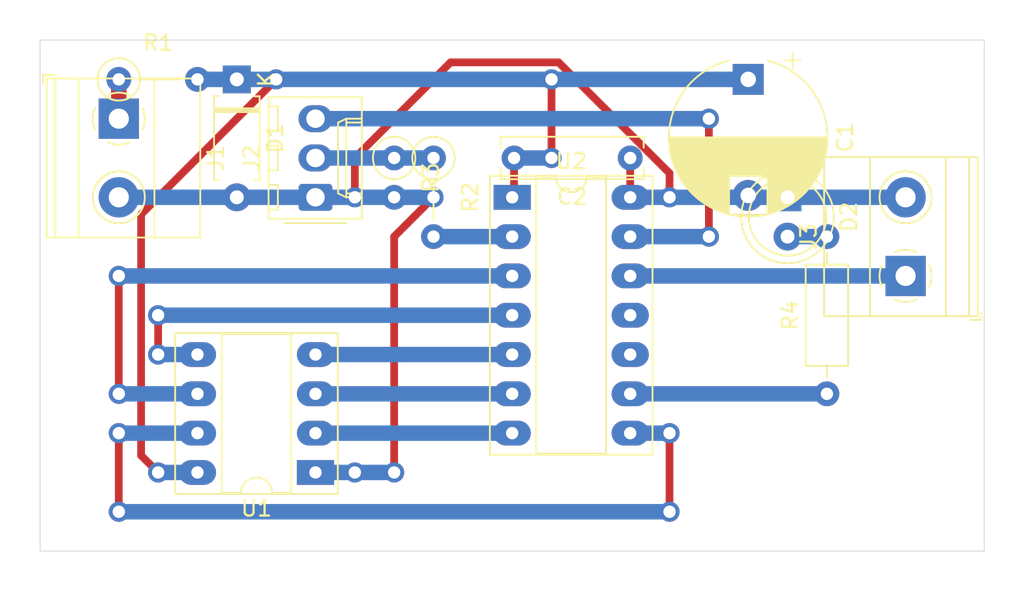
<source format=kicad_pcb>
(kicad_pcb (version 20240108) (generator "pcbnew") (generator_version "8.0")
  (layers (0 "F.Cu" signal) (31 "B.Cu" signal) (34 "B.Paste" user) (35 "F.Paste" user) (36 "B.SilkS" user "B.Silkscreen") (37 "F.SilkS" user "F.Silkscreen") (38 "B.Mask" user) (39 "F.Mask" user) (44 "Edge.Cuts" user))
  (net 0 "")
  (net 1 "Net-(D2-A)")
  (net 2 "GND")
  (net 3 "+3.3V")
  (net 4 "Net-(J1-Pin_1)")
  (net 5 "Net-(J2-Pin_2)")
  (net 6 "Net-(J2-Pin_3)")
  (net 7 "Net-(U1-MOSI)")
  (net 8 "Net-(U1-NSS)")
  (net 9 "Net-(U1-MISO)")
  (net 10 "Net-(U1-RST)")
  (net 11 "Net-(U1-SCK)")
  (net 12 "Net-(U1-DIO0)")
  (net 13 "Net-(J3-Pin_1)")
  (net 14 "Net-(U2-B.4)")
  (net 17 "Net-(U2-C.5{slash}RX)")
  (footprint "LED_THT:LED_D5.0mm" (layer "F.Cu") (at 208.28 60.96 -90)
    (property "Reference" "D2" (at 1.27 -3.96 90) (layer "F.SilkS"))
    (property "Value" "LED")
    (fp_line (start -1.29 -1.545) (end -1.29 1.545) (stroke (width 0.12)) (layer "F.SilkS"))
    (fp_arc (start 4.26 -0.000462) (mid 2.072002 2.880433) (end -1.29 1.54483) (stroke (width 0.12)) (layer "F.SilkS"))
    (fp_arc (start -1.29 -1.54483) (mid 2.072002 -2.880433) (end 4.26 0.000462) (stroke (width 0.12)) (layer "F.SilkS"))
    (fp_circle (center 1.27 0) (end 3.77 0) (stroke (width 0.12)) (fill none) (layer "F.SilkS"))
    (pad "1" thru_hole rect (at 0 0 270) (size 1.8 1.8) (drill 0.9) (layers "*.Cu" "*.Mask") (net 2 "GND"))
    (pad "2" thru_hole circle (at 2.54 0 270) (size 1.8 1.8) (drill 0.9) (layers "*.Cu" "*.Mask") (net 1 "Net-(D2-A)"))
  )
  (footprint "Resistor_THT:R_Axial_DIN0207_L6.3mm_D2.5mm_P2.54mm_Vertical" (layer "F.Cu") (at 182.88 58.42 -90)
    (property "Reference" "R3" (at 1.27 -2.37 90) (layer "F.SilkS"))
    (property "Value" "10k")
    (fp_line (start 1.37 0) (end 1.44 0) (stroke (width 0.12)) (layer "F.SilkS"))
    (fp_circle (center 0 0) (end 1.37 0) (stroke (width 0.12)) (fill none) (layer "F.SilkS"))
    (pad "1" thru_hole circle (at 0 0 270) (size 1.6 1.6) (drill 0.8) (layers "*.Cu" "*.Mask") (net 5 "Net-(J2-Pin_2)"))
    (pad "2" thru_hole oval (at 2.54 0 270) (size 1.6 1.6) (drill 0.8) (layers "*.Cu" "*.Mask") (net 2 "GND"))
  )
  (footprint "TerminalBlock_Phoenix:TerminalBlock_Phoenix_MKDS-1,5-2-5.08_1x02_P5.08mm_Horizontal" (layer "F.Cu") (at 215.9 66.04 90)
    (property "Reference" "J3" (at 2.54 -6.26 90) (layer "F.SilkS"))
    (property "Value" "Sensor")
    (fp_line (start 7.68 -5.261) (end 7.68 4.66) (stroke (width 0.12)) (layer "F.SilkS"))
    (fp_line (start -2.6 -5.261) (end 7.68 -5.261) (stroke (width 0.12)) (layer "F.SilkS"))
    (fp_line (start -2.6 -5.261) (end -2.6 4.66) (stroke (width 0.12)) (layer "F.SilkS"))
    (fp_line (start -2.6 -2.301) (end 7.68 -2.301) (stroke (width 0.12)) (layer "F.SilkS"))
    (fp_line (start 6.15 -1.275) (end 6.115 -1.239) (stroke (width 0.12)) (layer "F.SilkS"))
    (fp_line (start 6.355 -1.069) (end 6.308 -1.023) (stroke (width 0.12)) (layer "F.SilkS"))
    (fp_line (start 3.853 1.023) (end 3.806 1.069) (stroke (width 0.12)) (layer "F.SilkS"))
    (fp_line (start 4.046 1.239) (end 4.011 1.274) (stroke (width 0.12)) (layer "F.SilkS"))
    (fp_line (start -2.6 2.6) (end 7.68 2.6) (stroke (width 0.12)) (layer "F.SilkS"))
    (fp_line (start -2.6 4.1) (end 7.68 4.1) (stroke (width 0.12)) (layer "F.SilkS"))
    (fp_line (start -2.84 4.16) (end -2.84 4.9) (stroke (width 0.12)) (layer "F.SilkS"))
    (fp_line (start -2.6 4.66) (end 7.68 4.66) (stroke (width 0.12)) (layer "F.SilkS"))
    (fp_line (start -2.84 4.9) (end -2.34 4.9) (stroke (width 0.12)) (layer "F.SilkS"))
    (fp_arc (start -0.683042 -1.535427) (mid 0.000524 -1.680501) (end 0.684 -1.535) (stroke (width 0.12)) (layer "F.SilkS"))
    (fp_arc (start 1.535427 -0.683042) (mid 1.680501 0.000524) (end 1.535 0.684) (stroke (width 0.12)) (layer "F.SilkS"))
    (fp_arc (start -1.535427 0.683042) (mid -1.680501 -0.000524) (end -1.535 -0.684) (stroke (width 0.12)) (layer "F.SilkS"))
    (fp_arc (start 0.683318 1.534756) (mid 0.349292 1.643288) (end 0 1.68) (stroke (width 0.12)) (layer "F.SilkS"))
    (fp_arc (start 0.028805 1.680253) (mid -0.335551 1.646659) (end -0.684 1.535) (stroke (width 0.12)) (layer "F.SilkS"))
    (fp_circle (center 5.08 0) (end 6.76 0) (stroke (width 0.12)) (fill none) (layer "F.SilkS"))
    (pad "1" thru_hole rect (at 0 0 90) (size 2.6 2.6) (drill 1.3) (layers "*.Cu" "*.Mask") (net 13 "Net-(J3-Pin_1)"))
    (pad "2" thru_hole circle (at 5.08 0 90) (size 2.6 2.6) (drill 1.3) (layers "*.Cu" "*.Mask") (net 2 "GND"))
  )
  (footprint "TerminalBlock_Phoenix:TerminalBlock_Phoenix_MKDS-1,5-2-5.08_1x02_P5.08mm_Horizontal" (layer "F.Cu") (at 165.1 55.88 -90)
    (property "Reference" "J1" (at 2.54 -6.26 90) (layer "F.SilkS"))
    (property "Value" "Power")
    (fp_line (start -2.84 4.9) (end -2.34 4.9) (stroke (width 0.12)) (layer "F.SilkS"))
    (fp_line (start -2.6 4.66) (end 7.68 4.66) (stroke (width 0.12)) (layer "F.SilkS"))
    (fp_line (start -2.84 4.16) (end -2.84 4.9) (stroke (width 0.12)) (layer "F.SilkS"))
    (fp_line (start -2.6 4.1) (end 7.68 4.1) (stroke (width 0.12)) (layer "F.SilkS"))
    (fp_line (start -2.6 2.6) (end 7.68 2.6) (stroke (width 0.12)) (layer "F.SilkS"))
    (fp_line (start 4.046 1.239) (end 4.011 1.274) (stroke (width 0.12)) (layer "F.SilkS"))
    (fp_line (start 3.853 1.023) (end 3.806 1.069) (stroke (width 0.12)) (layer "F.SilkS"))
    (fp_line (start 6.355 -1.069) (end 6.308 -1.023) (stroke (width 0.12)) (layer "F.SilkS"))
    (fp_line (start 6.15 -1.275) (end 6.115 -1.239) (stroke (width 0.12)) (layer "F.SilkS"))
    (fp_line (start -2.6 -2.301) (end 7.68 -2.301) (stroke (width 0.12)) (layer "F.SilkS"))
    (fp_line (start -2.6 -5.261) (end -2.6 4.66) (stroke (width 0.12)) (layer "F.SilkS"))
    (fp_line (start -2.6 -5.261) (end 7.68 -5.261) (stroke (width 0.12)) (layer "F.SilkS"))
    (fp_line (start 7.68 -5.261) (end 7.68 4.66) (stroke (width 0.12)) (layer "F.SilkS"))
    (fp_arc (start 0.028805 1.680253) (mid -0.335551 1.646659) (end -0.684 1.535) (stroke (width 0.12)) (layer "F.SilkS"))
    (fp_arc (start 0.683318 1.534756) (mid 0.349292 1.643288) (end 0 1.68) (stroke (width 0.12)) (layer "F.SilkS"))
    (fp_arc (start -1.535427 0.683042) (mid -1.680501 -0.000524) (end -1.535 -0.684) (stroke (width 0.12)) (layer "F.SilkS"))
    (fp_arc (start 1.535427 -0.683042) (mid 1.680501 0.000524) (end 1.535 0.684) (stroke (width 0.12)) (layer "F.SilkS"))
    (fp_arc (start -0.683042 -1.535427) (mid 0.000524 -1.680501) (end 0.684 -1.535) (stroke (width 0.12)) (layer "F.SilkS"))
    (fp_circle (center 5.08 0) (end 6.76 0) (stroke (width 0.12)) (fill none) (layer "F.SilkS"))
    (pad "1" thru_hole rect (at 0 0 270) (size 2.6 2.6) (drill 1.3) (layers "*.Cu" "*.Mask") (net 4 "Net-(J1-Pin_1)"))
    (pad "2" thru_hole circle (at 5.08 0 270) (size 2.6 2.6) (drill 1.3) (layers "*.Cu" "*.Mask") (net 2 "GND"))
  )
  (footprint "Package_DIP:DIP-14_W7.62mm_Socket_LongPads" (layer "F.Cu") (at 190.5 60.96)
    (property "Reference" "U2" (at 3.81 -2.33 0) (layer "F.SilkS"))
    (property "Value" "PICAXE-14M2")
    (fp_line (start -1.44 -1.39) (end -1.44 16.63) (stroke (width 0.12)) (layer "F.SilkS"))
    (fp_line (start -1.44 16.63) (end 9.06 16.63) (stroke (width 0.12)) (layer "F.SilkS"))
    (fp_line (start 1.56 -1.33) (end 1.56 16.57) (stroke (width 0.12)) (layer "F.SilkS"))
    (fp_line (start 1.56 16.57) (end 6.06 16.57) (stroke (width 0.12)) (layer "F.SilkS"))
    (fp_line (start 2.81 -1.33) (end 1.56 -1.33) (stroke (width 0.12)) (layer "F.SilkS"))
    (fp_line (start 6.06 -1.33) (end 4.81 -1.33) (stroke (width 0.12)) (layer "F.SilkS"))
    (fp_line (start 6.06 16.57) (end 6.06 -1.33) (stroke (width 0.12)) (layer "F.SilkS"))
    (fp_line (start 9.06 -1.39) (end -1.44 -1.39) (stroke (width 0.12)) (layer "F.SilkS"))
    (fp_line (start 9.06 16.63) (end 9.06 -1.39) (stroke (width 0.12)) (layer "F.SilkS"))
    (fp_arc (start 4.81 -1.33) (mid 3.81 -0.33) (end 2.81 -1.33) (stroke (width 0.12)) (layer "F.SilkS"))
    (pad "1" thru_hole rect (at 0 0) (size 2.4 1.6) (drill 0.8) (layers "*.Cu" "*.Mask") (net 3 "+3.3V"))
    (pad "2" thru_hole oval (at 0 2.54) (size 2.4 1.6) (drill 0.8) (layers "*.Cu" "*.Mask") (net 17 "Net-(U2-C.5{slash}RX)"))
    (pad "3" thru_hole oval (at 0 5.08) (size 2.4 1.6) (drill 0.8) (layers "*.Cu" "*.Mask") (net 7 "Net-(U1-MOSI)"))
    (pad "4" thru_hole oval (at 0 7.62) (size 2.4 1.6) (drill 0.8) (layers "*.Cu" "*.Mask") (net 12 "Net-(U1-DIO0)"))
    (pad "5" thru_hole oval (at 0 10.16) (size 2.4 1.6) (drill 0.8) (layers "*.Cu" "*.Mask") (net 9 "Net-(U1-MISO)"))
    (pad "6" thru_hole oval (at 0 12.7) (size 2.4 1.6) (drill 0.8) (layers "*.Cu" "*.Mask") (net 11 "Net-(U1-SCK)"))
    (pad "7" thru_hole oval (at 0 15.24) (size 2.4 1.6) (drill 0.8) (layers "*.Cu" "*.Mask") (net 10 "Net-(U1-RST)"))
    (pad "8" thru_hole oval (at 7.62 15.24) (size 2.4 1.6) (drill 0.8) (layers "*.Cu" "*.Mask") (net 8 "Net-(U1-NSS)"))
    (pad "9" thru_hole oval (at 7.62 12.7) (size 2.4 1.6) (drill 0.8) (layers "*.Cu" "*.Mask") (net 14 "Net-(U2-B.4)"))
    (pad "10" thru_hole oval (at 7.62 10.16) (size 2.4 1.6) (drill 0.8) (layers "*.Cu" "*.Mask"))
    (pad "11" thru_hole oval (at 7.62 7.62) (size 2.4 1.6) (drill 0.8) (layers "*.Cu" "*.Mask"))
    (pad "12" thru_hole oval (at 7.62 5.08) (size 2.4 1.6) (drill 0.8) (layers "*.Cu" "*.Mask") (net 13 "Net-(J3-Pin_1)"))
    (pad "13" thru_hole oval (at 7.62 2.54) (size 2.4 1.6) (drill 0.8) (layers "*.Cu" "*.Mask") (net 6 "Net-(J2-Pin_3)"))
    (pad "14" thru_hole oval (at 7.62 0) (size 2.4 1.6) (drill 0.8) (layers "*.Cu" "*.Mask") (net 2 "GND"))
  )
  (footprint "Diode_THT:D_A-405_P7.62mm_Horizontal" (layer "F.Cu") (at 172.72 53.34 -90)
    (property "Reference" "D1" (at 3.81 -2.47 -90) (layer "F.SilkS"))
    (property "Value" "1N4004")
    (fp_line (start 1.09 1.47) (end 6.53 1.47) (stroke (width 0.12)) (layer "F.SilkS"))
    (fp_line (start 6.53 1.47) (end 6.53 1.14) (stroke (width 0.12)) (layer "F.SilkS"))
    (fp_line (start 1.09 1.14) (end 1.09 1.47) (stroke (width 0.12)) (layer "F.SilkS"))
    (fp_line (start 1.09 -1.14) (end 1.09 -1.47) (stroke (width 0.12)) (layer "F.SilkS"))
    (fp_line (start 1.09 -1.47) (end 6.53 -1.47) (stroke (width 0.12)) (layer "F.SilkS"))
    (fp_line (start 1.87 -1.47) (end 1.87 1.47) (stroke (width 0.12)) (layer "F.SilkS"))
    (fp_line (start 1.99 -1.47) (end 1.99 1.47) (stroke (width 0.12)) (layer "F.SilkS"))
    (fp_line (start 2.11 -1.47) (end 2.11 1.47) (stroke (width 0.12)) (layer "F.SilkS"))
    (fp_line (start 6.53 -1.47) (end 6.53 -1.14) (stroke (width 0.12)) (layer "F.SilkS"))
    (fp_text user "K" (at 0 -1.9 -90) (layer "F.SilkS"))
    (pad "1" thru_hole rect (at 0 0 270) (size 1.8 1.8) (drill 0.9) (layers "*.Cu" "*.Mask") (net 3 "+3.3V"))
    (pad "2" thru_hole oval (at 7.62 0 270) (size 1.8 1.8) (drill 0.9) (layers "*.Cu" "*.Mask") (net 2 "GND"))
  )
  (footprint "Connector_Molex:Molex_KK-254_AE-6410-03A_1x03_P2.54mm_Vertical" (layer "F.Cu") (at 177.8 60.96 90)
    (property "Reference" "J2" (at 2.54 -4.12 90) (layer "F.SilkS"))
    (property "Value" "Programming")
    (fp_line (start 6.46 -3.03) (end -1.38 -3.03) (stroke (width 0.12)) (layer "F.SilkS"))
    (fp_line (start 4.28 -3.03) (end 4.28 -2.43) (stroke (width 0.12)) (layer "F.SilkS"))
    (fp_line (start 1.74 -3.03) (end 1.74 -2.43) (stroke (width 0.12)) (layer "F.SilkS"))
    (fp_line (start -0.8 -3.03) (end -0.8 -2.43) (stroke (width 0.12)) (layer "F.SilkS"))
    (fp_line (start -1.38 -3.03) (end -1.38 2.99) (stroke (width 0.12)) (layer "F.SilkS"))
    (fp_line (start 5.88 -2.43) (end 5.88 -3.03) (stroke (width 0.12)) (layer "F.SilkS"))
    (fp_line (start 4.28 -2.43) (end 5.88 -2.43) (stroke (width 0.12)) (layer "F.SilkS"))
    (fp_line (start 3.34 -2.43) (end 3.34 -3.03) (stroke (width 0.12)) (layer "F.SilkS"))
    (fp_line (start 1.74 -2.43) (end 3.34 -2.43) (stroke (width 0.12)) (layer "F.SilkS"))
    (fp_line (start 0.8 -2.43) (end 0.8 -3.03) (stroke (width 0.12)) (layer "F.SilkS"))
    (fp_line (start -0.8 -2.43) (end 0.8 -2.43) (stroke (width 0.12)) (layer "F.SilkS"))
    (fp_line (start -1.67 -2) (end -1.67 2) (stroke (width 0.12)) (layer "F.SilkS"))
    (fp_line (start 4.83 1.46) (end 5.08 1.99) (stroke (width 0.12)) (layer "F.SilkS"))
    (fp_line (start 0.25 1.46) (end 4.83 1.46) (stroke (width 0.12)) (layer "F.SilkS"))
    (fp_line (start 5.08 1.99) (end 5.08 2.99) (stroke (width 0.12)) (layer "F.SilkS"))
    (fp_line (start 0 1.99) (end 0.25 1.46) (stroke (width 0.12)) (layer "F.SilkS"))
    (fp_line (start 0 1.99) (end 5.08 1.99) (stroke (width 0.12)) (layer "F.SilkS"))
    (fp_line (start 6.46 2.99) (end 6.46 -3.03) (stroke (width 0.12)) (layer "F.SilkS"))
    (fp_line (start 4.83 2.99) (end 4.83 1.99) (stroke (width 0.12)) (layer "F.SilkS"))
    (fp_line (start 0.25 2.99) (end 0.25 1.99) (stroke (width 0.12)) (layer "F.SilkS"))
    (fp_line (start 0 2.99) (end 0 1.99) (stroke (width 0.12)) (layer "F.SilkS"))
    (fp_line (start -1.38 2.99) (end 6.46 2.99) (stroke (width 0.12)) (layer "F.SilkS"))
    (pad "1" thru_hole roundrect (at 0 0 90) (size 1.74 2.19) (drill 1.19) (layers "*.Cu" "*.Mask") (roundrect_rratio 0.143678) (net 2 "GND"))
    (pad "2" thru_hole oval (at 2.54 0 90) (size 1.74 2.19) (drill 1.19) (layers "*.Cu" "*.Mask") (net 5 "Net-(J2-Pin_2)"))
    (pad "3" thru_hole oval (at 5.08 0 90) (size 1.74 2.19) (drill 1.19) (layers "*.Cu" "*.Mask") (net 6 "Net-(J2-Pin_3)"))
  )
  (footprint "Resistor_THT:R_Axial_DIN0207_L6.3mm_D2.5mm_P10.16mm_Horizontal" (layer "F.Cu") (at 210.82 73.66 90)
    (property "Reference" "R4" (at 5.08 -2.37 90) (layer "F.SilkS"))
    (property "Value" "470")
    (fp_line (start 8.35 -1.37) (end 1.81 -1.37) (stroke (width 0.12)) (layer "F.SilkS"))
    (fp_line (start 1.81 -1.37) (end 1.81 1.37) (stroke (width 0.12)) (layer "F.SilkS"))
    (fp_line (start 9.12 0) (end 8.35 0) (stroke (width 0.12)) (layer "F.SilkS"))
    (fp_line (start 1.04 0) (end 1.81 0) (stroke (width 0.12)) (layer "F.SilkS"))
    (fp_line (start 8.35 1.37) (end 8.35 -1.37) (stroke (width 0.12)) (layer "F.SilkS"))
    (fp_line (start 1.81 1.37) (end 8.35 1.37) (stroke (width 0.12)) (layer "F.SilkS"))
    (pad "1" thru_hole circle (at 0 0 90) (size 1.6 1.6) (drill 0.8) (layers "*.Cu" "*.Mask") (net 14 "Net-(U2-B.4)"))
    (pad "2" thru_hole oval (at 10.16 0 90) (size 1.6 1.6) (drill 0.8) (layers "*.Cu" "*.Mask") (net 1 "Net-(D2-A)"))
  )
  (footprint "Resistor_THT:R_Axial_DIN0207_L6.3mm_D2.5mm_P5.08mm_Vertical" (layer "F.Cu") (at 185.42 58.42 -90)
    (property "Reference" "R2" (at 2.54 -2.37 90) (layer "F.SilkS"))
    (property "Value" "22k")
    (fp_line (start 1.37 0) (end 3.98 0) (stroke (width 0.12)) (layer "F.SilkS"))
    (fp_circle (center 0 0) (end 1.37 0) (stroke (width 0.12)) (fill none) (layer "F.SilkS"))
    (pad "1" thru_hole circle (at 0 0 270) (size 1.6 1.6) (drill 0.8) (layers "*.Cu" "*.Mask") (net 5 "Net-(J2-Pin_2)"))
    (pad "2" thru_hole oval (at 5.08 0 270) (size 1.6 1.6) (drill 0.8) (layers "*.Cu" "*.Mask") (net 17 "Net-(U2-C.5{slash}RX)"))
  )
  (footprint "Capacitor_THT:CP_Radial_D10.0mm_P7.50mm" (layer "F.Cu") (at 205.74 53.34 -90)
    (property "Reference" "C1" (at 3.75 -6.25 -90) (layer "F.SilkS"))
    (property "Value" "100u")
    (fp_line (start 6.271 1.241) (end 6.271 4.417) (stroke (width 0.12)) (layer "F.SilkS"))
    (fp_line (start 6.311 1.241) (end 6.311 4.395) (stroke (width 0.12)) (layer "F.SilkS"))
    (fp_line (start 6.351 1.241) (end 6.351 4.371) (stroke (width 0.12)) (layer "F.SilkS"))
    (fp_line (start 6.391 1.241) (end 6.391 4.347) (stroke (width 0.12)) (layer "F.SilkS"))
    (fp_line (start 6.431 1.241) (end 6.431 4.323) (stroke (width 0.12)) (layer "F.SilkS"))
    (fp_line (start 6.471 1.241) (end 6.471 4.298) (stroke (width 0.12)) (layer "F.SilkS"))
    (fp_line (start 6.511 1.241) (end 6.511 4.273) (stroke (width 0.12)) (layer "F.SilkS"))
    (fp_line (start 6.551 1.241) (end 6.551 4.247) (stroke (width 0.12)) (layer "F.SilkS"))
    (fp_line (start 6.591 1.241) (end 6.591 4.221) (stroke (width 0.12)) (layer "F.SilkS"))
    (fp_line (start 6.631 1.241) (end 6.631 4.194) (stroke (width 0.12)) (layer "F.SilkS"))
    (fp_line (start 6.671 1.241) (end 6.671 4.166) (stroke (width 0.12)) (layer "F.SilkS"))
    (fp_line (start 6.711 1.241) (end 6.711 4.138) (stroke (width 0.12)) (layer "F.SilkS"))
    (fp_line (start 6.751 1.241) (end 6.751 4.11) (stroke (width 0.12)) (layer "F.SilkS"))
    (fp_line (start 6.791 1.241) (end 6.791 4.08) (stroke (width 0.12)) (layer "F.SilkS"))
    (fp_line (start 6.831 1.241) (end 6.831 4.05) (stroke (width 0.12)) (layer "F.SilkS"))
    (fp_line (start 6.871 1.241) (end 6.871 4.02) (stroke (width 0.12)) (layer "F.SilkS"))
    (fp_line (start 6.911 1.241) (end 6.911 3.989) (stroke (width 0.12)) (layer "F.SilkS"))
    (fp_line (start 6.951 1.241) (end 6.951 3.957) (stroke (width 0.12)) (layer "F.SilkS"))
    (fp_line (start 6.991 1.241) (end 6.991 3.925) (stroke (width 0.12)) (layer "F.SilkS"))
    (fp_line (start 7.031 1.241) (end 7.031 3.892) (stroke (width 0.12)) (layer "F.SilkS"))
    (fp_line (start 7.071 1.241) (end 7.071 3.858) (stroke (width 0.12)) (layer "F.SilkS"))
    (fp_line (start 7.111 1.241) (end 7.111 3.824) (stroke (width 0.12)) (layer "F.SilkS"))
    (fp_line (start 7.151 1.241) (end 7.151 3.789) (stroke (width 0.12)) (layer "F.SilkS"))
    (fp_line (start 7.191 1.241) (end 7.191 3.753) (stroke (width 0.12)) (layer "F.SilkS"))
    (fp_line (start 7.231 1.241) (end 7.231 3.716) (stroke (width 0.12)) (layer "F.SilkS"))
    (fp_line (start 7.271 1.241) (end 7.271 3.679) (stroke (width 0.12)) (layer "F.SilkS"))
    (fp_line (start 7.311 1.241) (end 7.311 3.64) (stroke (width 0.12)) (layer "F.SilkS"))
    (fp_line (start 7.351 1.241) (end 7.351 3.601) (stroke (width 0.12)) (layer "F.SilkS"))
    (fp_line (start 7.391 1.241) (end 7.391 3.561) (stroke (width 0.12)) (layer "F.SilkS"))
    (fp_line (start 7.431 1.241) (end 7.431 3.52) (stroke (width 0.12)) (layer "F.SilkS"))
    (fp_line (start 7.471 1.241) (end 7.471 3.478) (stroke (width 0.12)) (layer "F.SilkS"))
    (fp_line (start 7.511 1.241) (end 7.511 3.436) (stroke (width 0.12)) (layer "F.SilkS"))
    (fp_line (start 7.551 1.241) (end 7.551 3.392) (stroke (width 0.12)) (layer "F.SilkS"))
    (fp_line (start 7.591 1.241) (end 7.591 3.347) (stroke (width 0.12)) (layer "F.SilkS"))
    (fp_line (start 7.631 1.241) (end 7.631 3.301) (stroke (width 0.12)) (layer "F.SilkS"))
    (fp_line (start 7.671 1.241) (end 7.671 3.254) (stroke (width 0.12)) (layer "F.SilkS"))
    (fp_line (start 7.711 1.241) (end 7.711 3.206) (stroke (width 0.12)) (layer "F.SilkS"))
    (fp_line (start 7.751 1.241) (end 7.751 3.156) (stroke (width 0.12)) (layer "F.SilkS"))
    (fp_line (start 7.791 1.241) (end 7.791 3.106) (stroke (width 0.12)) (layer "F.SilkS"))
    (fp_line (start 7.831 1.241) (end 7.831 3.054) (stroke (width 0.12)) (layer "F.SilkS"))
    (fp_line (start 7.871 1.241) (end 7.871 3) (stroke (width 0.12)) (layer "F.SilkS"))
    (fp_line (start 7.911 1.241) (end 7.911 2.945) (stroke (width 0.12)) (layer "F.SilkS"))
    (fp_line (start 7.951 1.241) (end 7.951 2.889) (stroke (width 0.12)) (layer "F.SilkS"))
    (fp_line (start 7.991 1.241) (end 7.991 2.83) (stroke (width 0.12)) (layer "F.SilkS"))
    (fp_line (start 8.031 1.241) (end 8.031 2.77) (stroke (width 0.12)) (layer "F.SilkS"))
    (fp_line (start 8.071 1.241) (end 8.071 2.709) (stroke (width 0.12)) (layer "F.SilkS"))
    (fp_line (start 8.111 1.241) (end 8.111 2.645) (stroke (width 0.12)) (layer "F.SilkS"))
    (fp_line (start 8.151 1.241) (end 8.151 2.579) (stroke (width 0.12)) (layer "F.SilkS"))
    (fp_line (start 8.191 1.241) (end 8.191 2.51) (stroke (width 0.12)) (layer "F.SilkS"))
    (fp_line (start 8.231 1.241) (end 8.231 2.439) (stroke (width 0.12)) (layer "F.SilkS"))
    (fp_line (start 8.271 1.241) (end 8.271 2.365) (stroke (width 0.12)) (layer "F.SilkS"))
    (fp_line (start 8.311 1.241) (end 8.311 2.289) (stroke (width 0.12)) (layer "F.SilkS"))
    (fp_line (start 8.351 1.241) (end 8.351 2.209) (stroke (width 0.12)) (layer "F.SilkS"))
    (fp_line (start 8.391 1.241) (end 8.391 2.125) (stroke (width 0.12)) (layer "F.SilkS"))
    (fp_line (start 8.431 1.241) (end 8.431 2.037) (stroke (width 0.12)) (layer "F.SilkS"))
    (fp_line (start 8.471 1.241) (end 8.471 1.944) (stroke (width 0.12)) (layer "F.SilkS"))
    (fp_line (start 8.511 1.241) (end 8.511 1.846) (stroke (width 0.12)) (layer "F.SilkS"))
    (fp_line (start 8.551 1.241) (end 8.551 1.742) (stroke (width 0.12)) (layer "F.SilkS"))
    (fp_line (start 8.591 1.241) (end 8.591 1.63) (stroke (width 0.12)) (layer "F.SilkS"))
    (fp_line (start 8.631 1.241) (end 8.631 1.51) (stroke (width 0.12)) (layer "F.SilkS"))
    (fp_line (start 8.671 1.241) (end 8.671 1.378) (stroke (width 0.12)) (layer "F.SilkS"))
    (fp_line (start 8.831 -0.599) (end 8.831 0.599) (stroke (width 0.12)) (layer "F.SilkS"))
    (fp_line (start 8.791 -0.862) (end 8.791 0.862) (stroke (width 0.12)) (layer "F.SilkS"))
    (fp_line (start 8.751 -1.062) (end 8.751 1.062) (stroke (width 0.12)) (layer "F.SilkS"))
    (fp_line (start 8.671 -1.378) (end 8.671 -1.241) (stroke (width 0.12)) (layer "F.SilkS"))
    (fp_line (start 8.631 -1.51) (end 8.631 -1.241) (stroke (width 0.12)) (layer "F.SilkS"))
    (fp_line (start 8.591 -1.63) (end 8.591 -1.241) (stroke (width 0.12)) (layer "F.SilkS"))
    (fp_line (start 8.551 -1.742) (end 8.551 -1.241) (stroke (width 0.12)) (layer "F.SilkS"))
    (fp_line (start 8.511 -1.846) (end 8.511 -1.241) (stroke (width 0.12)) (layer "F.SilkS"))
    (fp_line (start 8.471 -1.944) (end 8.471 -1.241) (stroke (width 0.12)) (layer "F.SilkS"))
    (fp_line (start 8.431 -2.037) (end 8.431 -1.241) (stroke (width 0.12)) (layer "F.SilkS"))
    (fp_line (start 8.391 -2.125) (end 8.391 -1.241) (stroke (width 0.12)) (layer "F.SilkS"))
    (fp_line (start 8.351 -2.209) (end 8.351 -1.241) (stroke (width 0.12)) (layer "F.SilkS"))
    (fp_line (start 8.311 -2.289) (end 8.311 -1.241) (stroke (width 0.12)) (layer "F.SilkS"))
    (fp_line (start 8.271 -2.365) (end 8.271 -1.241) (stroke (width 0.12)) (layer "F.SilkS"))
    (fp_line (start 8.231 -2.439) (end 8.231 -1.241) (stroke (width 0.12)) (layer "F.SilkS"))
    (fp_line (start 8.191 -2.51) (end 8.191 -1.241) (stroke (width 0.12)) (layer "F.SilkS"))
    (fp_line (start 8.151 -2.579) (end 8.151 -1.241) (stroke (width 0.12)) (layer "F.SilkS"))
    (fp_line (start 8.111 -2.645) (end 8.111 -1.241) (stroke (width 0.12)) (layer "F.SilkS"))
    (fp_line (start 8.071 -2.709) (end 8.071 -1.241) (stroke (width 0.12)) (layer "F.SilkS"))
    (fp_line (start 8.031 -2.77) (end 8.031 -1.241) (stroke (width 0.12)) (layer "F.SilkS"))
    (fp_line (start 7.991 -2.83) (end 7.991 -1.241) (stroke (width 0.12)) (layer "F.SilkS"))
    (fp_line (start -1.729646 -2.875) (end -0.729646 -2.875) (stroke (width 0.12)) (layer "F.SilkS"))
    (fp_line (start 7.951 -2.889) (end 7.951 -1.241) (stroke (width 0.12)) (layer "F.SilkS"))
    (fp_line (start 7.911 -2.945) (end 7.911 -1.241) (stroke (width 0.12)) (layer "F.SilkS"))
    (fp_line (start 7.871 -3) (end 7.871 -1.241) (stroke (width 0.12)) (layer "F.SilkS"))
    (fp_line (start 7.831 -3.054) (end 7.831 -1.241) (stroke (width 0.12)) (layer "F.SilkS"))
    (fp_line (start 7.791 -3.106) (end 7.791 -1.241) (stroke (width 0.12)) (layer "F.SilkS"))
    (fp_line (start 7.751 -3.156) (end 7.751 -1.241) (stroke (width 0.12)) (layer "F.SilkS"))
    (fp_line (start 7.711 -3.206) (end 7.711 -1.241) (stroke (width 0.12)) (layer "F.SilkS"))
    (fp_line (start 7.671 -3.254) (end 7.671 -1.241) (stroke (width 0.12)) (layer "F.SilkS"))
    (fp_line (start 7.631 -3.301) (end 7.631 -1.241) (stroke (width 0.12)) (layer "F.SilkS"))
    (fp_line (start 7.591 -3.347) (end 7.591 -1.241) (stroke (width 0.12)) (layer "F.SilkS"))
    (fp_line (start -1.229646 -3.375) (end -1.229646 -2.375) (stroke (width 0.12)) (layer "F.SilkS"))
    (fp_line (start 7.551 -3.392) (end 7.551 -1.241) (stroke (width 0.12)) (layer "F.SilkS"))
    (fp_line (start 7.511 -3.436) (end 7.511 -1.241) (stroke (width 0.12)) (layer "F.SilkS"))
    (fp_line (start 7.471 -3.478) (end 7.471 -1.241) (stroke (width 0.12)) (layer "F.SilkS"))
    (fp_line (start 7.431 -3.52) (end 7.431 -1.241) (stroke (width 0.12)) (layer "F.SilkS"))
    (fp_line (start 7.391 -3.561) (end 7.391 -1.241) (stroke (width 0.12)) (layer "F.SilkS"))
    (fp_line (start 7.351 -3.601) (end 7.351 -1.241) (stroke (width 0.12)) (layer "F.SilkS"))
    (fp_line (start 7.311 -3.64) (end 7.311 -1.241) (stroke (width 0.12)) (layer "F.SilkS"))
    (fp_line (start 7.271 -3.679) (end 7.271 -1.241) (stroke (width 0.12)) (layer "F.SilkS"))
    (fp_line (start 7.231 -3.716) (end 7.231 -1.241) (stroke (width 0.12)) (layer "F.SilkS"))
    (fp_line (start 7.191 -3.753) (end 7.191 -1.241) (stroke (width 0.12)) (layer "F.SilkS"))
    (fp_line (start 7.151 -3.789) (end 7.151 -1.241) (stroke (width 0.12)) (layer "F.SilkS"))
    (fp_line (start 7.111 -3.824) (end 7.111 -1.241) (stroke (width 0.12)) (layer "F.SilkS"))
    (fp_line (start 7.071 -3.858) (end 7.071 -1.241) (stroke (width 0.12)) (layer "F.SilkS"))
    (fp_line (start 7.031 -3.892) (end 7.031 -1.241) (stroke (width 0.12)) (layer "F.SilkS"))
    (fp_line (start 6.991 -3.925) (end 6.991 -1.241) (stroke (width 0.12)) (layer "F.SilkS"))
    (fp_line (start 6.951 -3.957) (end 6.951 -1.241) (stroke (width 0.12)) (layer "F.SilkS"))
    (fp_line (start 6.911 -3.989) (end 6.911 -1.241) (stroke (width 0.12)) (layer "F.SilkS"))
    (fp_line (start 6.871 -4.02) (end 6.871 -1.241) (stroke (width 0.12)) (layer "F.SilkS"))
    (fp_line (start 6.831 -4.05) (end 6.831 -1.241) (stroke (width 0.12)) (layer "F.SilkS"))
    (fp_line (start 6.791 -4.08) (end 6.791 -1.241) (stroke (width 0.12)) (layer "F.SilkS"))
    (fp_line (start 6.751 -4.11) (end 6.751 -1.241) (stroke (width 0.12)) (layer "F.SilkS"))
    (fp_line (start 6.711 -4.138) (end 6.711 -1.241) (stroke (width 0.12)) (layer "F.SilkS"))
    (fp_line (start 6.671 -4.166) (end 6.671 -1.241) (stroke (width 0.12)) (layer "F.SilkS"))
    (fp_line (start 6.631 -4.194) (end 6.631 -1.241) (stroke (width 0.12)) (layer "F.SilkS"))
    (fp_line (start 6.591 -4.221) (end 6.591 -1.241) (stroke (width 0.12)) (layer "F.SilkS"))
    (fp_line (start 6.551 -4.247) (end 6.551 -1.241) (stroke (width 0.12)) (layer "F.SilkS"))
    (fp_line (start 6.511 -4.273) (end 6.511 -1.241) (stroke (width 0.12)) (layer "F.SilkS"))
    (fp_line (start 6.471 -4.298) (end 6.471 -1.241) (stroke (width 0.12)) (layer "F.SilkS"))
    (fp_line (start 6.431 -4.323) (end 6.431 -1.241) (stroke (width 0.12)) (layer "F.SilkS"))
    (fp_line (start 6.391 -4.347) (end 6.391 -1.241) (stroke (width 0.12)) (layer "F.SilkS"))
    (fp_line (start 6.351 -4.371) (end 6.351 -1.241) (stroke (width 0.12)) (layer "F.SilkS"))
    (fp_line (start 6.311 -4.395) (end 6.311 -1.241) (stroke (width 0.12)) (layer "F.SilkS"))
    (fp_line (start 6.271 -4.417) (end 6.271 -1.241) (stroke (width 0.12)) (layer "F.SilkS"))
    (fp_line (start 6.231 -4.44) (end 6.231 4.44) (stroke (width 0.12)) (layer "F.SilkS"))
    (fp_line (start 6.191 -4.462) (end 6.191 4.462) (stroke (width 0.12)) (layer "F.SilkS"))
    (fp_line (start 6.151 -4.483) (end 6.151 4.483) (stroke (width 0.12)) (layer "F.SilkS"))
    (fp_line (start 6.111 -4.504) (end 6.111 4.504) (stroke (width 0.12)) (layer "F.SilkS"))
    (fp_line (start 6.071 -4.525) (end 6.071 4.525) (stroke (width 0.12)) (layer "F.SilkS"))
    (fp_line (start 6.031 -4.545) (end 6.031 4.545) (stroke (width 0.12)) (layer "F.SilkS"))
    (fp_line (start 5.991 -4.564) (end 5.991 4.564) (stroke (width 0.12)) (layer "F.SilkS"))
    (fp_line (start 5.951 -4.584) (end 5.951 4.584) (stroke (width 0.12)) (layer "F.SilkS"))
    (fp_line (start 5.911 -4.603) (end 5.911 4.603) (stroke (width 0.12)) (layer "F.SilkS"))
    (fp_line (start 5.871 -4.621) (end 5.871 4.621) (stroke (width 0.12)) (layer "F.SilkS"))
    (fp_line (start 5.831 -4.639) (end 5.831 4.639) (stroke (width 0.12)) (layer "F.SilkS"))
    (fp_line (start 5.791 -4.657) (end 5.791 4.657) (stroke (width 0.12)) (layer "F.SilkS"))
    (fp_line (start 5.751 -4.674) (end 5.751 4.674) (stroke (width 0.12)) (layer "F.SilkS"))
    (fp_line (start 5.711 -4.69) (end 5.711 4.69) (stroke (width 0.12)) (layer "F.SilkS"))
    (fp_line (start 5.671 -4.707) (end 5.671 4.707) (stroke (width 0.12)) (layer "F.SilkS"))
    (fp_line (start 5.631 -4.723) (end 5.631 4.723) (stroke (width 0.12)) (layer "F.SilkS"))
    (fp_line (start 5.591 -4.738) (end 5.591 4.738) (stroke (width 0.12)) (layer "F.SilkS"))
    (fp_line (start 5.551 -4.754) (end 5.551 4.754) (stroke (width 0.12)) (layer "F.SilkS"))
    (fp_line (start 5.511 -4.768) (end 5.511 4.768) (stroke (width 0.12)) (layer "F.SilkS"))
    (fp_line (start 5.471 -4.783) (end 5.471 4.783) (stroke (width 0.12)) (layer "F.SilkS"))
    (fp_line (start 5.431 -4.797) (end 5.431 4.797) (stroke (width 0.12)) (layer "F.SilkS"))
    (fp_line (start 5.391 -4.811) (end 5.391 4.811) (stroke (width 0.12)) (layer "F.SilkS"))
    (fp_line (start 5.351 -4.824) (end 5.351 4.824) (stroke (width 0.12)) (layer "F.SilkS"))
    (fp_line (start 5.311 -4.837) (end 5.311 4.837) (stroke (width 0.12)) (layer "F.SilkS"))
    (fp_line (start 5.271 -4.85) (end 5.271 4.85) (stroke (width 0.12)) (layer "F.SilkS"))
    (fp_line (start 5.231 -4.862) (end 5.231 4.862) (stroke (width 0.12)) (layer "F.SilkS"))
    (fp_line (start 5.191 -4.874) (end 5.191 4.874) (stroke (width 0.12)) (layer "F.SilkS"))
    (fp_line (start 5.151 -4.885) (end 5.151 4.885) (stroke (width 0.12)) (layer "F.SilkS"))
    (fp_line (start 5.111 -4.897) (end 5.111 4.897) (stroke (width 0.12)) (layer "F.SilkS"))
    (fp_line (start 5.071 -4.907) (end 5.071 4.907) (stroke (width 0.12)) (layer "F.SilkS"))
    (fp_line (start 5.031 -4.918) (end 5.031 4.918) (stroke (width 0.12)) (layer "F.SilkS"))
    (fp_line (start 4.991 -4.928) (end 4.991 4.928) (stroke (width 0.12)) (layer "F.SilkS"))
    (fp_line (start 4.951 -4.938) (end 4.951 4.938) (stroke (width 0.12)) (layer "F.SilkS"))
    (fp_line (start 4.911 -4.947) (end 4.911 4.947) (stroke (width 0.12)) (layer "F.SilkS"))
    (fp_line (start 4.871 -4.956) (end 4.871 4.956) (stroke (width 0.12)) (layer "F.SilkS"))
    (fp_line (start 4.831 -4.965) (end 4.831 4.965) (stroke (width 0.12)) (layer "F.SilkS"))
    (fp_line (start 4.791 -4.974) (end 4.791 4.974) (stroke (width 0.12)) (layer "F.SilkS"))
    (fp_line (start 4.751 -4.982) (end 4.751 4.982) (stroke (width 0.12)) (layer "F.SilkS"))
    (fp_line (start 4.711 -4.99) (end 4.711 4.99) (stroke (width 0.12)) (layer "F.SilkS"))
    (fp_line (start 4.671 -4.997) (end 4.671 4.997) (stroke (width 0.12)) (layer "F.SilkS"))
    (fp_line (start 4.631 -5.004) (end 4.631 5.004) (stroke (width 0.12)) (layer "F.SilkS"))
    (fp_line (start 4.591 -5.011) (end 4.591 5.011) (stroke (width 0.12)) (layer "F.SilkS"))
    (fp_line (start 4.551 -5.018) (end 4.551 5.018) (stroke (width 0.12)) (layer "F.SilkS"))
    (fp_line (start 4.511 -5.024) (end 4.511 5.024) (stroke (width 0.12)) (layer "F.SilkS"))
    (fp_line (start 4.471 -5.03) (end 4.471 5.03) (stroke (width 0.12)) (layer "F.SilkS"))
    (fp_line (start 4.43 -5.035) (end 4.43 5.035) (stroke (width 0.12)) (layer "F.SilkS"))
    (fp_line (start 4.39 -5.04) (end 4.39 5.04) (stroke (width 0.12)) (layer "F.SilkS"))
    (fp_line (start 4.35 -5.045) (end 4.35 5.045) (stroke (width 0.12)) (layer "F.SilkS"))
    (fp_line (start 4.31 -5.05) (end 4.31 5.05) (stroke (width 0.12)) (layer "F.SilkS"))
    (fp_line (start 4.27 -5.054) (end 4.27 5.054) (stroke (width 0.12)) (layer "F.SilkS"))
    (fp_line (start 4.23 -5.058) (end 4.23 5.058) (stroke (width 0.12)) (layer "F.SilkS"))
    (fp_line (start 4.19 -5.062) (end 4.19 5.062) (stroke (width 0.12)) (layer "F.SilkS"))
    (fp_line (start 4.15 -5.065) (end 4.15 5.065) (stroke (width 0.12)) (layer "F.SilkS"))
    (fp_line (start 4.11 -5.068) (end 4.11 5.068) (stroke (width 0.12)) (layer "F.SilkS"))
    (fp_line (start 4.07 -5.07) (end 4.07 5.07) (stroke (width 0.12)) (layer "F.SilkS"))
    (fp_line (start 4.03 -5.073) (end 4.03 5.073) (stroke (width 0.12)) (layer "F.SilkS"))
    (fp_line (start 3.99 -5.075) (end 3.99 5.075) (stroke (width 0.12)) (layer "F.SilkS"))
    (fp_line (start 3.95 -5.077) (end 3.95 5.077) (stroke (width 0.12)) (layer "F.SilkS"))
    (fp_line (start 3.91 -5.078) (end 3.91 5.078) (stroke (width 0.12)) (layer "F.SilkS"))
    (fp_line (start 3.87 -5.079) (end 3.87 5.079) (stroke (width 0.12)) (layer "F.SilkS"))
    (fp_line (start 3.75 -5.08) (end 3.75 5.08) (stroke (width 0.12)) (layer "F.SilkS"))
    (fp_line (start 3.79 -5.08) (end 3.79 5.08) (stroke (width 0.12)) (layer "F.SilkS"))
    (fp_line (start 3.83 -5.08) (end 3.83 5.08) (stroke (width 0.12)) (layer "F.SilkS"))
    (fp_arc (start -1.21254 -1.26) (mid 8.87 0) (end -1.21254 1.26) (stroke (width 0.12)) (layer "F.SilkS"))
    (pad "1" thru_hole rect (at 0 0 270) (size 2 2) (drill 1) (layers "*.Cu" "*.Mask") (net 3 "+3.3V"))
    (pad "2" thru_hole circle (at 7.5 0 270) (size 2 2) (drill 1) (layers "*.Cu" "*.Mask") (net 2 "GND"))
  )
  (footprint "Package_DIP:DIP-8_W7.62mm_Socket_LongPads" (layer "F.Cu") (at 177.8 78.74 180)
    (property "Reference" "U1" (at 3.81 -2.33 0) (layer "F.SilkS"))
    (property "Value" "Ra01_Breakout_Module")
    (fp_line (start 9.06 9.01) (end 9.06 -1.39) (stroke (width 0.12)) (layer "F.SilkS"))
    (fp_line (start 9.06 -1.39) (end -1.44 -1.39) (stroke (width 0.12)) (layer "F.SilkS"))
    (fp_line (start 6.06 8.95) (end 6.06 -1.33) (stroke (width 0.12)) (layer "F.SilkS"))
    (fp_line (start 6.06 -1.33) (end 4.81 -1.33) (stroke (width 0.12)) (layer "F.SilkS"))
    (fp_line (start 2.81 -1.33) (end 1.56 -1.33) (stroke (width 0.12)) (layer "F.SilkS"))
    (fp_line (start 1.56 8.95) (end 6.06 8.95) (stroke (width 0.12)) (layer "F.SilkS"))
    (fp_line (start 1.56 -1.33) (end 1.56 8.95) (stroke (width 0.12)) (layer "F.SilkS"))
    (fp_line (start -1.44 9.01) (end 9.06 9.01) (stroke (width 0.12)) (layer "F.SilkS"))
    (fp_line (start -1.44 -1.39) (end -1.44 9.01) (stroke (width 0.12)) (layer "F.SilkS"))
    (fp_arc (start 4.81 -1.33) (mid 3.81 -0.33) (end 2.81 -1.33) (stroke (width 0.12)) (layer "F.SilkS"))
    (pad "1" thru_hole rect (at 0 0 180) (size 2.4 1.6) (drill 0.8) (layers "*.Cu" "*.Mask") (net 2 "GND"))
    (pad "2" thru_hole oval (at 0 2.54 180) (size 2.4 1.6) (drill 0.8) (layers "*.Cu" "*.Mask") (net 10 "Net-(U1-RST)"))
    (pad "3" thru_hole oval (at 0 5.08 180) (size 2.4 1.6) (drill 0.8) (layers "*.Cu" "*.Mask") (net 11 "Net-(U1-SCK)"))
    (pad "4" thru_hole oval (at 0 7.62 180) (size 2.4 1.6) (drill 0.8) (layers "*.Cu" "*.Mask") (net 9 "Net-(U1-MISO)"))
    (pad "5" thru_hole oval (at 7.62 7.62 180) (size 2.4 1.6) (drill 0.8) (layers "*.Cu" "*.Mask") (net 12 "Net-(U1-DIO0)"))
    (pad "6" thru_hole oval (at 7.62 5.08 180) (size 2.4 1.6) (drill 0.8) (layers "*.Cu" "*.Mask") (net 7 "Net-(U1-MOSI)"))
    (pad "7" thru_hole oval (at 7.62 2.54 180) (size 2.4 1.6) (drill 0.8) (layers "*.Cu" "*.Mask") (net 8 "Net-(U1-NSS)"))
    (pad "8" thru_hole oval (at 7.62 0 180) (size 2.4 1.6) (drill 0.8) (layers "*.Cu" "*.Mask") (net 3 "+3.3V"))
  )
  (footprint "Resistor_THT:R_Axial_DIN0207_L6.3mm_D2.5mm_P5.08mm_Vertical" (layer "F.Cu") (at 165.1 53.34)
    (property "Reference" "R1" (at 2.54 -2.37 360) (layer "F.SilkS"))
    (property "Value" "4.7")
    (fp_line (start 1.37 0) (end 3.98 0) (stroke (width 0.12)) (layer "F.SilkS"))
    (fp_circle (center 0 0) (end 1.37 0) (stroke (width 0.12)) (fill none) (layer "F.SilkS"))
    (pad "1" thru_hole circle (at 0 0) (size 1.6 1.6) (drill 0.8) (layers "*.Cu" "*.Mask") (net 4 "Net-(J1-Pin_1)"))
    (pad "2" thru_hole oval (at 5.08 0) (size 1.6 1.6) (drill 0.8) (layers "*.Cu" "*.Mask") (net 3 "+3.3V"))
  )
  (footprint "Capacitor_THT:C_Rect_L9.0mm_W2.5mm_P7.50mm_MKT" (layer "F.Cu") (at 198.12 58.42 180)
    (property "Reference" "C2" (at 3.75 -2.5 180) (layer "F.SilkS"))
    (property "Value" "0.1u")
    (fp_line (start 8.37 0.665) (end 8.37 1.37) (stroke (width 0.12)) (layer "F.SilkS"))
    (fp_line (start 8.37 -1.37) (end 8.37 -0.665) (stroke (width 0.12)) (layer "F.SilkS"))
    (fp_line (start -0.87 1.37) (end 8.37 1.37) (stroke (width 0.12)) (layer "F.SilkS"))
    (fp_line (start -0.87 0.665) (end -0.87 1.37) (stroke (width 0.12)) (layer "F.SilkS"))
    (fp_line (start -0.87 -1.37) (end 8.37 -1.37) (stroke (width 0.12)) (layer "F.SilkS"))
    (fp_line (start -0.87 -1.37) (end -0.87 -0.665) (stroke (width 0.12)) (layer "F.SilkS"))
    (pad "1" thru_hole circle (at 0 0 180) (size 1.6 1.6) (drill 0.8) (layers "*.Cu" "*.Mask") (net 2 "GND"))
    (pad "2" thru_hole circle (at 7.5 0 180) (size 1.6 1.6) (drill 0.8) (layers "*.Cu" "*.Mask") (net 3 "+3.3V"))
  )
  (gr_rect (start 160.02 50.8) (end 220.98 83.82) (stroke (width 0.05)) (fill none) (layer "Edge.Cuts"))
  (segment (start 210.82 63.5) (end 208.28 63.5) (width 1) (layer "B.Cu") (net 1))
  (segment (start 185.42 60.96) (end 182.88 63.5) (width 0.5) (layer "F.Cu") (net 2))
  (segment (start 198.12 58.42) (end 198.12 60.96) (width 0.5) (layer "F.Cu") (net 2))
  (segment (start 200.66 59.404365) (end 193.495635 52.24) (width 0.5) (layer "F.Cu") (net 2))
  (segment (start 193.495635 52.24) (end 186.52 52.24) (width 0.5) (layer "F.Cu") (net 2))
  (segment (start 182.88 63.5) (end 182.88 78.74) (width 0.5) (layer "F.Cu") (net 2))
  (segment (start 200.66 60.96) (end 200.66 59.404365) (width 0.5) (layer "F.Cu") (net 2))
  (segment (start 186.52 52.24) (end 180.34 58.42) (width 0.5) (layer "F.Cu") (net 2))
  (segment (start 180.34 58.42) (end 180.34 60.96) (width 0.5) (layer "F.Cu") (net 2))
  (via (at 180.34 78.74) (size 1.3) (drill 0.8) (layers "F.Cu" "B.Cu") (net 2))
  (via (at 180.34 60.96) (size 1.3) (drill 0.8) (layers "F.Cu" "B.Cu") (net 2))
  (via (at 182.88 78.74) (size 1.3) (drill 0.8) (layers "F.Cu" "B.Cu") (net 2))
  (via (at 185.42 60.96) (size 1.3) (drill 0.8) (layers "F.Cu" "B.Cu") (net 2))
  (via (at 200.66 60.96) (size 1.3) (drill 0.8) (layers "F.Cu" "B.Cu") (net 2))
  (segment (start 205.74 60.84) (end 205.86 60.96) (width 1) (layer "B.Cu") (net 2))
  (segment (start 205.86 60.96) (end 215.9 60.96) (width 1) (layer "B.Cu") (net 2))
  (segment (start 205.62 60.96) (end 205.74 60.84) (width 1) (layer "B.Cu") (net 2))
  (segment (start 180.34 60.96) (end 177.8 60.96) (width 1) (layer "B.Cu") (net 2))
  (segment (start 182.88 78.74) (end 180.34 78.74) (width 1) (layer "B.Cu") (net 2))
  (segment (start 177.8 78.74) (end 180.34 78.74) (width 1) (layer "B.Cu") (net 2))
  (segment (start 182.88 60.96) (end 180.34 60.96) (width 1) (layer "B.Cu") (net 2))
  (segment (start 172.72 60.96) (end 177.8 60.96) (width 1) (layer "B.Cu") (net 2))
  (segment (start 182.88 60.96) (end 185.42 60.96) (width 1) (layer "B.Cu") (net 2))
  (segment (start 165.1 60.96) (end 172.72 60.96) (width 1) (layer "B.Cu") (net 2))
  (segment (start 200.66 60.96) (end 205.62 60.96) (width 1) (layer "B.Cu") (net 2))
  (segment (start 198.12 60.96) (end 200.66 60.96) (width 1) (layer "B.Cu") (net 2))
  (segment (start 193.04 53.34) (end 193.04 58.42) (width 0.5) (layer "F.Cu") (net 3))
  (segment (start 190.62 60.84) (end 190.5 60.96) (width 0.5) (layer "F.Cu") (net 3))
  (segment (start 175.26 53.34) (end 166.54 62.06) (width 0.5) (layer "F.Cu") (net 3))
  (segment (start 190.62 58.42) (end 190.62 60.84) (width 0.5) (layer "F.Cu") (net 3))
  (segment (start 166.54 62.06) (end 166.54 77.64) (width 0.5) (layer "F.Cu") (net 3))
  (segment (start 166.54 77.64) (end 167.64 78.74) (width 0.5) (layer "F.Cu") (net 3))
  (via (at 193.04 58.42) (size 1.3) (drill 0.8) (layers "F.Cu" "B.Cu") (net 3))
  (via (at 167.64 78.74) (size 1.3) (drill 0.8) (layers "F.Cu" "B.Cu") (net 3))
  (via (at 175.26 53.34) (size 1.3) (drill 0.8) (layers "F.Cu" "B.Cu") (net 3))
  (via (at 193.04 53.34) (size 1.3) (drill 0.8) (layers "F.Cu" "B.Cu") (net 3))
  (segment (start 170.18 78.74) (end 167.64 78.74) (width 1) (layer "B.Cu") (net 3))
  (segment (start 193.04 53.34) (end 205.74 53.34) (width 1) (layer "B.Cu") (net 3))
  (segment (start 170.18 53.34) (end 172.72 53.34) (width 1) (layer "B.Cu") (net 3))
  (segment (start 193.04 58.42) (end 190.62 58.42) (width 1) (layer "B.Cu") (net 3))
  (segment (start 172.72 53.34) (end 193.04 53.34) (width 1) (layer "B.Cu") (net 3))
  (segment (start 165.1 55.88) (end 165.1 53.34) (width 1) (layer "F.Cu") (net 4))
  (segment (start 185.42 58.42) (end 177.8 58.42) (width 1) (layer "B.Cu") (net 5))
  (segment (start 203.2 55.88) (end 203.2 63.5) (width 0.5) (layer "F.Cu") (net 6))
  (via (at 203.2 55.88) (size 1.3) (drill 0.8) (layers "F.Cu" "B.Cu") (net 6))
  (via (at 203.2 63.5) (size 1.3) (drill 0.8) (layers "F.Cu" "B.Cu") (net 6))
  (segment (start 177.8 55.88) (end 203.2 55.88) (width 1) (layer "B.Cu") (net 6))
  (segment (start 203.2 63.5) (end 198.12 63.5) (width 1) (layer "B.Cu") (net 6))
  (segment (start 165.1 66.04) (end 165.1 73.66) (width 0.5) (layer "F.Cu") (net 7))
  (via (at 165.1 66.04) (size 1.3) (drill 0.8) (layers "F.Cu" "B.Cu") (net 7))
  (via (at 165.1 73.66) (size 1.3) (drill 0.8) (layers "F.Cu" "B.Cu") (net 7))
  (segment (start 190.5 66.04) (end 165.1 66.04) (width 1) (layer "B.Cu") (net 7))
  (segment (start 165.1 73.66) (end 170.18 73.66) (width 1) (layer "B.Cu") (net 7))
  (segment (start 200.66 81.28) (end 200.66 76.2) (width 0.5) (layer "F.Cu") (net 8))
  (segment (start 165.1 81.28) (end 165.1 76.2) (width 0.5) (layer "F.Cu") (net 8))
  (via (at 165.1 76.2) (size 1.3) (drill 0.8) (layers "F.Cu" "B.Cu") (net 8))
  (via (at 200.66 76.2) (size 1.3) (drill 0.8) (layers "F.Cu" "B.Cu") (net 8))
  (via (at 165.1 81.28) (size 1.3) (drill 0.8) (layers "F.Cu" "B.Cu") (net 8))
  (via (at 200.66 81.28) (size 1.3) (drill 0.8) (layers "F.Cu" "B.Cu") (net 8))
  (segment (start 200.66 76.2) (end 198.12 76.2) (width 1) (layer "B.Cu") (net 8))
  (segment (start 165.1 81.28) (end 200.66 81.28) (width 1) (layer "B.Cu") (net 8))
  (segment (start 170.18 76.2) (end 165.1 76.2) (width 1) (layer "B.Cu") (net 8))
  (segment (start 177.8 71.12) (end 190.5 71.12) (width 1) (layer "B.Cu") (net 9))
  (segment (start 177.8 76.2) (end 190.5 76.2) (width 1) (layer "B.Cu") (net 10))
  (segment (start 190.5 73.66) (end 177.8 73.66) (width 1) (layer "B.Cu") (net 11))
  (segment (start 167.64 71.12) (end 167.64 68.58) (width 0.5) (layer "F.Cu") (net 12))
  (via (at 167.64 71.12) (size 1.3) (drill 0.8) (layers "F.Cu" "B.Cu") (net 12))
  (via (at 167.64 68.58) (size 1.3) (drill 0.8) (layers "F.Cu" "B.Cu") (net 12))
  (segment (start 167.64 68.58) (end 190.5 68.58) (width 1) (layer "B.Cu") (net 12))
  (segment (start 170.18 71.12) (end 167.64 71.12) (width 1) (layer "B.Cu") (net 12))
  (segment (start 198.12 66.04) (end 215.9 66.04) (width 1) (layer "B.Cu") (net 13))
  (segment (start 210.82 73.66) (end 198.12 73.66) (width 1) (layer "B.Cu") (net 14))
  (segment (start 190.5 63.5) (end 185.42 63.5) (width 1) (layer "B.Cu") (net 17))
)
</source>
